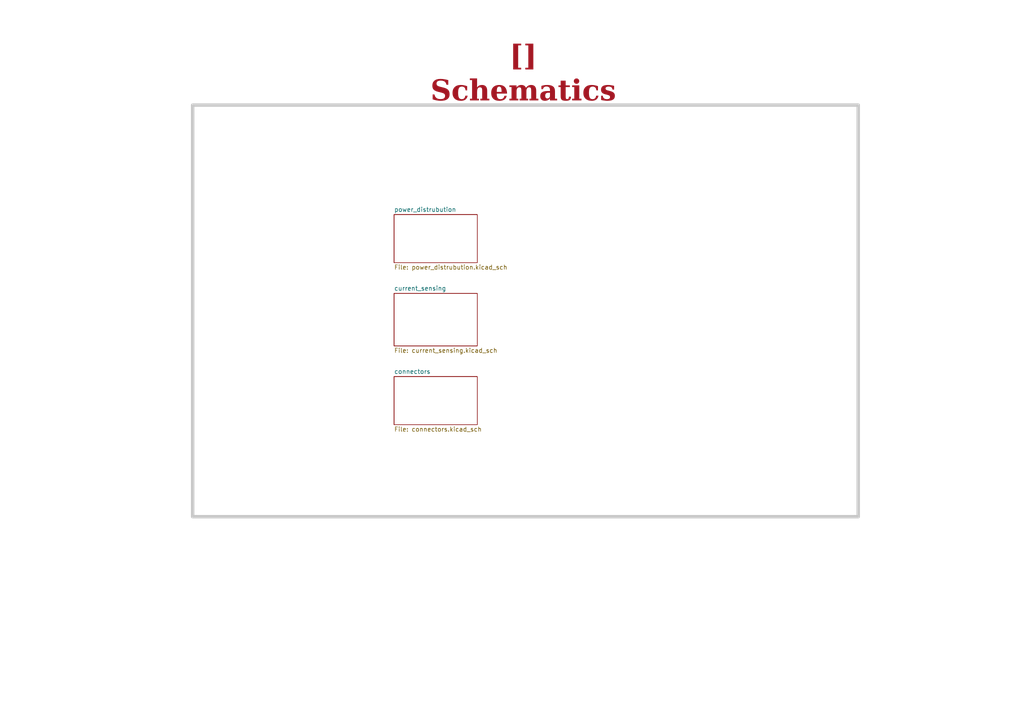
<source format=kicad_sch>
(kicad_sch
	(version 20231120)
	(generator "eeschema")
	(generator_version "8.0")
	(uuid "ea8c4f5e-7a49-4faf-a994-dbc85ed86b0a")
	(paper "A4")
	(title_block
		(title "Sheet Title A")
		(date "Last Modified Date")
		(rev "${REVISION}")
		(company "${COMPANY}")
	)
	(lib_symbols)
	(rectangle
		(start 55.88 30.48)
		(end 248.92 149.86)
		(stroke
			(width 1)
			(type default)
			(color 200 200 200 1)
		)
		(fill
			(type none)
		)
		(uuid bb86d4de-8a6c-49fd-bb3c-0c8f9cc72e55)
	)
	(text_box "[${#}] Schematics"
		(exclude_from_sim no)
		(at 115.57 15.24 0)
		(size 72.39 12.7)
		(stroke
			(width -0.0001)
			(type default)
		)
		(fill
			(type none)
		)
		(effects
			(font
				(face "Times New Roman")
				(size 6 6)
				(thickness 1.2)
				(bold yes)
				(color 162 22 34 1)
			)
		)
		(uuid "b2c13488-4f2f-433b-bdc6-d210d1646aca")
	)
	(sheet
		(at 114.3 62.23)
		(size 24.13 13.97)
		(fields_autoplaced yes)
		(stroke
			(width 0.1524)
			(type solid)
		)
		(fill
			(color 0 0 0 0.0000)
		)
		(uuid "2a7c22b1-3022-4118-947c-0c60d5104445")
		(property "Sheetname" "power_distrubution"
			(at 114.3 61.5184 0)
			(effects
				(font
					(size 1.27 1.27)
				)
				(justify left bottom)
			)
		)
		(property "Sheetfile" "power_distrubution.kicad_sch"
			(at 114.3 76.7846 0)
			(effects
				(font
					(size 1.27 1.27)
				)
				(justify left top)
			)
		)
		(instances
			(project "UPD_PCB"
				(path "/0650c7a8-acba-429c-9f8e-eec0baf0bc1c/fede4c36-00cc-4d3d-b71c-5243ba232202/7d5a1283-086b-46b0-8df7-a9850521fb5e"
					(page "7")
				)
			)
		)
	)
	(sheet
		(at 114.3 85.09)
		(size 24.13 15.24)
		(fields_autoplaced yes)
		(stroke
			(width 0.1524)
			(type solid)
		)
		(fill
			(color 0 0 0 0.0000)
		)
		(uuid "345694a5-7ad0-48c3-90e6-5cd4faf10d65")
		(property "Sheetname" "current_sensing"
			(at 114.3 84.3784 0)
			(effects
				(font
					(size 1.27 1.27)
				)
				(justify left bottom)
			)
		)
		(property "Sheetfile" "current_sensing.kicad_sch"
			(at 114.3 100.9146 0)
			(effects
				(font
					(size 1.27 1.27)
				)
				(justify left top)
			)
		)
		(instances
			(project "UPD_PCB"
				(path "/0650c7a8-acba-429c-9f8e-eec0baf0bc1c/fede4c36-00cc-4d3d-b71c-5243ba232202/7d5a1283-086b-46b0-8df7-a9850521fb5e"
					(page "8")
				)
			)
		)
	)
	(sheet
		(at 114.3 109.22)
		(size 24.13 13.97)
		(fields_autoplaced yes)
		(stroke
			(width 0.1524)
			(type solid)
		)
		(fill
			(color 0 0 0 0.0000)
		)
		(uuid "4a3b49c6-ce69-4997-95b2-b7bb4e96c397")
		(property "Sheetname" "connectors"
			(at 114.3 108.5084 0)
			(effects
				(font
					(size 1.27 1.27)
				)
				(justify left bottom)
			)
		)
		(property "Sheetfile" "connectors.kicad_sch"
			(at 114.3 123.7746 0)
			(effects
				(font
					(size 1.27 1.27)
				)
				(justify left top)
			)
		)
		(instances
			(project "UPD_PCB"
				(path "/0650c7a8-acba-429c-9f8e-eec0baf0bc1c/fede4c36-00cc-4d3d-b71c-5243ba232202/7d5a1283-086b-46b0-8df7-a9850521fb5e"
					(page "9")
				)
			)
		)
	)
)

</source>
